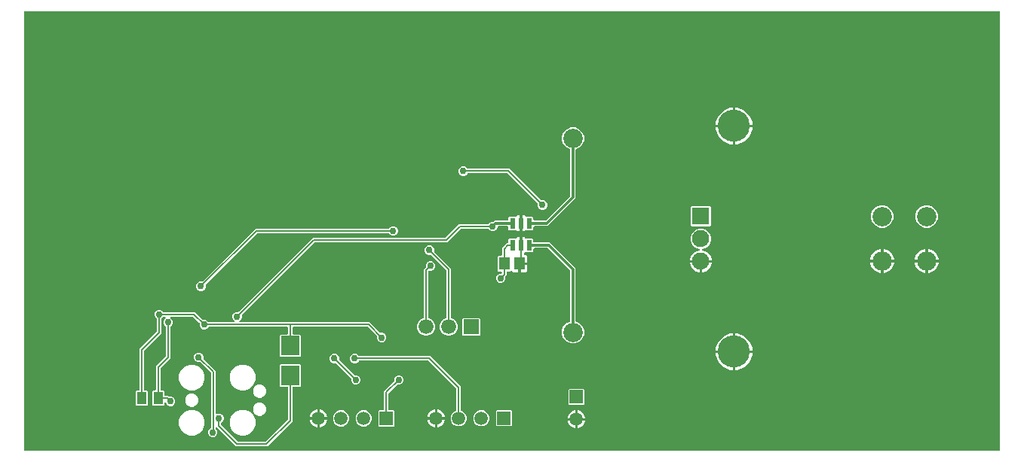
<source format=gbl>
G04 EAGLE Gerber RS-274X export*
G75*
%MOMM*%
%FSLAX34Y34*%
%LPD*%
%INBottom Copper*%
%IPPOS*%
%AMOC8*
5,1,8,0,0,1.08239X$1,22.5*%
G01*
G04 Define Apertures*
%ADD10R,1.031200X1.420200*%
%ADD11C,2.184400*%
%ADD12R,0.595000X1.260500*%
%ADD13R,1.500000X1.500000*%
%ADD14C,1.500000*%
%ADD15R,1.676400X1.676400*%
%ADD16C,1.676400*%
%ADD17R,1.930400X1.930400*%
%ADD18C,1.930400*%
%ADD19C,3.616000*%
%ADD20C,8.500000*%
%ADD21R,1.164600X1.465300*%
%ADD22R,2.128400X2.224300*%
%ADD23C,0.756400*%
%ADD24C,0.203200*%
%ADD25C,0.304800*%
G36*
X1096880Y2580D02*
X1097214Y2809D01*
X1097432Y3150D01*
X1097500Y3516D01*
X1097500Y496484D01*
X1097420Y496880D01*
X1097191Y497214D01*
X1096850Y497432D01*
X1096484Y497500D01*
X3516Y497500D01*
X3120Y497420D01*
X2786Y497191D01*
X2568Y496850D01*
X2500Y496484D01*
X2500Y3516D01*
X2580Y3120D01*
X2809Y2786D01*
X3150Y2568D01*
X3516Y2500D01*
X1096484Y2500D01*
X1096880Y2580D01*
G37*
%LPC*%
G36*
X1036320Y421500D02*
X1029521Y424316D01*
X1024316Y429521D01*
X1021500Y436320D01*
X1021500Y443680D01*
X1024316Y450479D01*
X1029521Y455684D01*
X1036320Y458500D01*
X1043680Y458500D01*
X1050479Y455684D01*
X1055684Y450479D01*
X1058500Y443680D01*
X1058500Y436320D01*
X1055684Y429521D01*
X1050479Y424316D01*
X1043680Y421500D01*
X1036320Y421500D01*
G37*
G36*
X56320Y421500D02*
X49521Y424316D01*
X44316Y429521D01*
X41500Y436320D01*
X41500Y443680D01*
X44316Y450479D01*
X49521Y455684D01*
X56320Y458500D01*
X63680Y458500D01*
X70479Y455684D01*
X75684Y450479D01*
X78500Y443680D01*
X78500Y436320D01*
X75684Y429521D01*
X70479Y424316D01*
X63680Y421500D01*
X56320Y421500D01*
G37*
G36*
X778580Y369824D02*
X778580Y372402D01*
X781719Y379980D01*
X787520Y385781D01*
X795098Y388920D01*
X797676Y388920D01*
X797676Y369824D01*
X778580Y369824D01*
G37*
G36*
X800724Y369824D02*
X800724Y388920D01*
X803302Y388920D01*
X810880Y385781D01*
X816681Y379980D01*
X819820Y372402D01*
X819820Y369824D01*
X800724Y369824D01*
G37*
G36*
X800724Y347680D02*
X800724Y366776D01*
X819820Y366776D01*
X819820Y364198D01*
X816681Y356620D01*
X810880Y350819D01*
X803302Y347680D01*
X800724Y347680D01*
G37*
G36*
X795098Y347680D02*
X787520Y350819D01*
X781719Y356620D01*
X778580Y364198D01*
X778580Y366776D01*
X797676Y366776D01*
X797676Y347680D01*
X795098Y347680D01*
G37*
G36*
X561594Y249819D02*
X561594Y267504D01*
X564097Y267504D01*
X564820Y266781D01*
X565157Y266557D01*
X565555Y266483D01*
X565574Y266488D01*
X573176Y266488D01*
X574069Y265595D01*
X574069Y262725D01*
X574149Y262329D01*
X574378Y261995D01*
X574719Y261777D01*
X575085Y261709D01*
X587178Y261709D01*
X587574Y261789D01*
X587896Y262007D01*
X615144Y289255D01*
X615368Y289592D01*
X615442Y289973D01*
X615442Y341322D01*
X615362Y341718D01*
X615133Y342052D01*
X614815Y342261D01*
X611440Y343659D01*
X607939Y347160D01*
X606044Y351734D01*
X606044Y356686D01*
X607939Y361260D01*
X611440Y364761D01*
X616014Y366656D01*
X620966Y366656D01*
X625540Y364761D01*
X629041Y361260D01*
X630936Y356686D01*
X630936Y351734D01*
X629041Y347160D01*
X625540Y343659D01*
X622165Y342261D01*
X621830Y342035D01*
X621609Y341696D01*
X621538Y341322D01*
X621538Y287027D01*
X590124Y255613D01*
X575085Y255613D01*
X574689Y255533D01*
X574355Y255304D01*
X574137Y254963D01*
X574069Y254597D01*
X574069Y251727D01*
X573176Y250835D01*
X565549Y250835D01*
X565526Y250839D01*
X565131Y250754D01*
X564820Y250541D01*
X564097Y249819D01*
X561594Y249819D01*
G37*
G36*
X583145Y274094D02*
X581194Y274902D01*
X579702Y276394D01*
X578894Y278345D01*
X578894Y280638D01*
X578904Y280691D01*
X578821Y281086D01*
X578607Y281401D01*
X545345Y314662D01*
X545008Y314886D01*
X544627Y314960D01*
X500670Y314960D01*
X500274Y314880D01*
X499940Y314651D01*
X499912Y314608D01*
X498306Y313002D01*
X496355Y312194D01*
X494245Y312194D01*
X492294Y313002D01*
X490802Y314494D01*
X489994Y316445D01*
X489994Y318555D01*
X490802Y320506D01*
X492294Y321998D01*
X494245Y322806D01*
X496355Y322806D01*
X498306Y321998D01*
X499927Y320377D01*
X499957Y320332D01*
X500296Y320111D01*
X500670Y320040D01*
X547152Y320040D01*
X582199Y284993D01*
X582536Y284770D01*
X582934Y284696D01*
X582983Y284706D01*
X585255Y284706D01*
X587206Y283898D01*
X588698Y282406D01*
X589506Y280455D01*
X589506Y278345D01*
X588698Y276394D01*
X587206Y274902D01*
X585255Y274094D01*
X583145Y274094D01*
G37*
G36*
X1013124Y253854D02*
X1008550Y255749D01*
X1005049Y259250D01*
X1003154Y263824D01*
X1003154Y268776D01*
X1005049Y273350D01*
X1008550Y276851D01*
X1013124Y278746D01*
X1018076Y278746D01*
X1022650Y276851D01*
X1026151Y273350D01*
X1028046Y268776D01*
X1028046Y263824D01*
X1026151Y259250D01*
X1022650Y255749D01*
X1018076Y253854D01*
X1013124Y253854D01*
G37*
G36*
X963124Y253854D02*
X958550Y255749D01*
X955049Y259250D01*
X953154Y263824D01*
X953154Y268776D01*
X955049Y273350D01*
X958550Y276851D01*
X963124Y278746D01*
X968076Y278746D01*
X972650Y276851D01*
X976151Y273350D01*
X978046Y268776D01*
X978046Y263824D01*
X976151Y259250D01*
X972650Y255749D01*
X968076Y253854D01*
X963124Y253854D01*
G37*
G36*
X751717Y255524D02*
X750824Y256417D01*
X750824Y276983D01*
X751717Y277876D01*
X772283Y277876D01*
X773176Y276983D01*
X773176Y256417D01*
X772283Y255524D01*
X751717Y255524D01*
G37*
G36*
X165470Y53114D02*
X163519Y53922D01*
X162027Y55414D01*
X161340Y57073D01*
X161114Y57409D01*
X160775Y57629D01*
X160377Y57700D01*
X159982Y57610D01*
X159655Y57374D01*
X159445Y57028D01*
X159385Y56684D01*
X159385Y54498D01*
X158492Y53605D01*
X146918Y53605D01*
X146025Y54498D01*
X146025Y69962D01*
X146918Y70855D01*
X149149Y70855D01*
X149545Y70935D01*
X149879Y71164D01*
X150097Y71505D01*
X150165Y71871D01*
X150165Y97928D01*
X160738Y108502D01*
X160962Y108839D01*
X161036Y109220D01*
X161036Y142189D01*
X160956Y142586D01*
X160738Y142908D01*
X159332Y144314D01*
X158524Y146265D01*
X158524Y148375D01*
X159332Y150326D01*
X160942Y151936D01*
X161165Y152273D01*
X161239Y152670D01*
X161152Y153065D01*
X160919Y153395D01*
X160574Y153607D01*
X160223Y153670D01*
X159040Y153670D01*
X158644Y153590D01*
X158310Y153361D01*
X158282Y153318D01*
X156547Y151583D01*
X156502Y151553D01*
X156281Y151214D01*
X156210Y150840D01*
X156210Y134838D01*
X137153Y115780D01*
X136929Y115443D01*
X136855Y115062D01*
X136855Y71871D01*
X136935Y71475D01*
X137164Y71141D01*
X137505Y70923D01*
X137871Y70855D01*
X140102Y70855D01*
X140995Y69962D01*
X140995Y54498D01*
X140102Y53605D01*
X128528Y53605D01*
X127635Y54498D01*
X127635Y69962D01*
X128528Y70855D01*
X130759Y70855D01*
X131155Y70935D01*
X131489Y71164D01*
X131707Y71505D01*
X131775Y71871D01*
X131775Y117587D01*
X150832Y136645D01*
X151056Y136982D01*
X151130Y137363D01*
X151130Y150840D01*
X151050Y151236D01*
X150821Y151570D01*
X150778Y151598D01*
X149172Y153204D01*
X148364Y155155D01*
X148364Y157265D01*
X149172Y159216D01*
X150664Y160708D01*
X152615Y161516D01*
X154725Y161516D01*
X156676Y160708D01*
X158297Y159087D01*
X158327Y159042D01*
X158666Y158821D01*
X159040Y158750D01*
X194092Y158750D01*
X202469Y150373D01*
X202806Y150150D01*
X203204Y150076D01*
X203253Y150086D01*
X205525Y150086D01*
X207476Y149278D01*
X209097Y147657D01*
X209127Y147612D01*
X209466Y147391D01*
X209840Y147320D01*
X237693Y147320D01*
X238090Y147400D01*
X238423Y147629D01*
X238641Y147970D01*
X238709Y148368D01*
X238616Y148762D01*
X238412Y149054D01*
X236802Y150664D01*
X235994Y152615D01*
X235994Y154725D01*
X236802Y156676D01*
X238294Y158168D01*
X240245Y158976D01*
X242538Y158976D01*
X242591Y158966D01*
X242986Y159049D01*
X243301Y159263D01*
X326608Y242570D01*
X474777Y242570D01*
X475173Y242650D01*
X475495Y242868D01*
X490438Y257810D01*
X522950Y257810D01*
X523346Y257890D01*
X523680Y258119D01*
X523708Y258162D01*
X525314Y259768D01*
X527265Y260576D01*
X528895Y260576D01*
X529291Y260656D01*
X529613Y260874D01*
X530448Y261709D01*
X545055Y261709D01*
X545451Y261789D01*
X545785Y262018D01*
X546003Y262359D01*
X546071Y262725D01*
X546071Y265595D01*
X546964Y266488D01*
X554597Y266488D01*
X554597Y266488D01*
X554621Y266483D01*
X555016Y266571D01*
X555320Y266781D01*
X556043Y267504D01*
X558546Y267504D01*
X558546Y249819D01*
X556043Y249819D01*
X555320Y250541D01*
X554983Y250765D01*
X554585Y250839D01*
X554566Y250835D01*
X546964Y250835D01*
X546071Y251727D01*
X546071Y254597D01*
X545991Y254993D01*
X545762Y255327D01*
X545421Y255545D01*
X545055Y255613D01*
X534642Y255613D01*
X534246Y255533D01*
X533912Y255304D01*
X533694Y254963D01*
X533626Y254597D01*
X533626Y254215D01*
X532818Y252264D01*
X531326Y250772D01*
X529375Y249964D01*
X527265Y249964D01*
X525314Y250772D01*
X523693Y252393D01*
X523663Y252438D01*
X523324Y252659D01*
X522950Y252730D01*
X492963Y252730D01*
X492567Y252650D01*
X492245Y252432D01*
X477302Y237490D01*
X329133Y237490D01*
X328737Y237410D01*
X328415Y237192D01*
X246893Y155671D01*
X246670Y155334D01*
X246596Y154936D01*
X246606Y154887D01*
X246606Y152615D01*
X245798Y150664D01*
X244188Y149054D01*
X243965Y148717D01*
X243891Y148320D01*
X243978Y147925D01*
X244212Y147595D01*
X244556Y147383D01*
X244907Y147320D01*
X390078Y147320D01*
X401630Y135768D01*
X401967Y135545D01*
X402364Y135471D01*
X402414Y135481D01*
X404686Y135481D01*
X406636Y134673D01*
X408129Y133181D01*
X408937Y131230D01*
X408937Y129120D01*
X408129Y127169D01*
X406636Y125677D01*
X404686Y124869D01*
X402575Y124869D01*
X400625Y125677D01*
X399133Y127169D01*
X398325Y129120D01*
X398325Y131413D01*
X398335Y131466D01*
X398252Y131861D01*
X398038Y132176D01*
X388271Y141942D01*
X387934Y142166D01*
X387553Y142240D01*
X304546Y142240D01*
X304150Y142160D01*
X303816Y141931D01*
X303598Y141590D01*
X303530Y141224D01*
X303530Y134596D01*
X303610Y134199D01*
X303839Y133866D01*
X304180Y133648D01*
X304546Y133580D01*
X312263Y133580D01*
X313156Y132687D01*
X313156Y109181D01*
X312263Y108289D01*
X289717Y108289D01*
X288824Y109181D01*
X288824Y132687D01*
X289717Y133580D01*
X297434Y133580D01*
X297830Y133660D01*
X298164Y133889D01*
X298382Y134229D01*
X298450Y134596D01*
X298450Y141224D01*
X298370Y141620D01*
X298141Y141954D01*
X297800Y142172D01*
X297434Y142240D01*
X209840Y142240D01*
X209444Y142160D01*
X209110Y141931D01*
X209082Y141888D01*
X207476Y140282D01*
X205525Y139474D01*
X203415Y139474D01*
X201464Y140282D01*
X199972Y141774D01*
X199164Y143725D01*
X199164Y146018D01*
X199174Y146071D01*
X199091Y146466D01*
X198877Y146781D01*
X192285Y153372D01*
X191948Y153596D01*
X191567Y153670D01*
X167437Y153670D01*
X167040Y153590D01*
X166707Y153361D01*
X166489Y153020D01*
X166421Y152622D01*
X166514Y152228D01*
X166718Y151936D01*
X168328Y150326D01*
X169136Y148375D01*
X169136Y146265D01*
X168328Y144314D01*
X166836Y142822D01*
X166743Y142784D01*
X166408Y142558D01*
X166187Y142219D01*
X166116Y141845D01*
X166116Y106695D01*
X155543Y96121D01*
X155319Y95784D01*
X155245Y95403D01*
X155245Y71871D01*
X155325Y71475D01*
X155554Y71141D01*
X155895Y70923D01*
X156261Y70855D01*
X158492Y70855D01*
X159385Y69962D01*
X159385Y65786D01*
X159465Y65390D01*
X159694Y65056D01*
X160035Y64838D01*
X160401Y64770D01*
X163767Y64770D01*
X164524Y64013D01*
X164861Y63790D01*
X165259Y63716D01*
X165308Y63726D01*
X167580Y63726D01*
X169531Y62918D01*
X171023Y61426D01*
X171831Y59475D01*
X171831Y57365D01*
X171023Y55414D01*
X169531Y53922D01*
X167580Y53114D01*
X165470Y53114D01*
G37*
G36*
X199605Y182654D02*
X197654Y183462D01*
X196162Y184954D01*
X195354Y186905D01*
X195354Y189015D01*
X196162Y190966D01*
X197654Y192458D01*
X199605Y193266D01*
X201898Y193266D01*
X201951Y193256D01*
X202346Y193339D01*
X202661Y193553D01*
X261838Y252730D01*
X411190Y252730D01*
X411586Y252810D01*
X411920Y253039D01*
X411948Y253082D01*
X413554Y254688D01*
X415505Y255496D01*
X417615Y255496D01*
X419566Y254688D01*
X421058Y253196D01*
X421866Y251245D01*
X421866Y249135D01*
X421058Y247184D01*
X419566Y245692D01*
X417615Y244884D01*
X415505Y244884D01*
X413554Y245692D01*
X411933Y247313D01*
X411903Y247358D01*
X411564Y247579D01*
X411190Y247650D01*
X264363Y247650D01*
X263967Y247570D01*
X263645Y247352D01*
X206253Y189961D01*
X206030Y189624D01*
X205956Y189226D01*
X205966Y189177D01*
X205966Y186905D01*
X205158Y184954D01*
X203666Y183462D01*
X201715Y182654D01*
X199605Y182654D01*
G37*
G36*
X749808Y217424D02*
X749808Y218325D01*
X751664Y222806D01*
X755094Y226236D01*
X759575Y228092D01*
X759575Y228092D01*
X759971Y228172D01*
X760305Y228401D01*
X760523Y228742D01*
X760590Y229140D01*
X760497Y229534D01*
X760258Y229860D01*
X759964Y230047D01*
X755669Y231825D01*
X752525Y234969D01*
X750824Y239077D01*
X750824Y243523D01*
X752525Y247631D01*
X755669Y250775D01*
X759777Y252476D01*
X764223Y252476D01*
X768331Y250775D01*
X771475Y247631D01*
X773176Y243523D01*
X773176Y239077D01*
X771475Y234969D01*
X768331Y231825D01*
X764036Y230047D01*
X763701Y229821D01*
X763480Y229482D01*
X763409Y229084D01*
X763499Y228689D01*
X763736Y228362D01*
X764082Y228152D01*
X764425Y228092D01*
X764425Y228092D01*
X768906Y226236D01*
X772336Y222806D01*
X774192Y218325D01*
X774192Y217424D01*
X749808Y217424D01*
G37*
G36*
X616014Y123564D02*
X611440Y125459D01*
X607939Y128960D01*
X606044Y133534D01*
X606044Y138486D01*
X607939Y143060D01*
X611440Y146561D01*
X614815Y147959D01*
X615150Y148185D01*
X615371Y148524D01*
X615442Y148898D01*
X615442Y205327D01*
X615362Y205723D01*
X615144Y206045D01*
X590436Y230753D01*
X590099Y230977D01*
X589718Y231051D01*
X575085Y231051D01*
X574689Y230971D01*
X574355Y230742D01*
X574137Y230401D01*
X574069Y230035D01*
X574069Y227165D01*
X573176Y226273D01*
X565549Y226273D01*
X565526Y226277D01*
X565131Y226192D01*
X564820Y225979D01*
X563802Y224961D01*
X563578Y224624D01*
X563504Y224226D01*
X563591Y223831D01*
X563825Y223502D01*
X564169Y223289D01*
X564520Y223227D01*
X565539Y223227D01*
X567027Y221739D01*
X567027Y214884D01*
X557140Y214884D01*
X557140Y203494D01*
X551789Y203494D01*
X550241Y205041D01*
X550221Y205144D01*
X549992Y205477D01*
X549651Y205695D01*
X549253Y205763D01*
X548859Y205670D01*
X548567Y205466D01*
X547610Y204510D01*
X544712Y204510D01*
X544316Y204429D01*
X543982Y204200D01*
X543764Y203860D01*
X543696Y203494D01*
X543696Y199744D01*
X542803Y198851D01*
X542580Y198514D01*
X542506Y198116D01*
X542516Y198067D01*
X542516Y195795D01*
X541708Y193844D01*
X540216Y192352D01*
X538265Y191544D01*
X536155Y191544D01*
X534204Y192352D01*
X532712Y193844D01*
X531904Y195795D01*
X531904Y197905D01*
X532712Y199856D01*
X534204Y201348D01*
X536155Y202156D01*
X537600Y202156D01*
X537996Y202236D01*
X538330Y202465D01*
X538548Y202806D01*
X538616Y203172D01*
X538616Y203494D01*
X538536Y203890D01*
X538307Y204223D01*
X537966Y204441D01*
X537600Y204510D01*
X534702Y204510D01*
X533809Y205402D01*
X533809Y221318D01*
X534702Y222211D01*
X537600Y222211D01*
X537996Y222291D01*
X538330Y222520D01*
X538548Y222860D01*
X538616Y223227D01*
X538616Y231058D01*
X544197Y236639D01*
X545055Y236639D01*
X545451Y236719D01*
X545785Y236948D01*
X546003Y237289D01*
X546071Y237655D01*
X546071Y241033D01*
X546964Y241926D01*
X554597Y241926D01*
X554597Y241926D01*
X554621Y241921D01*
X555016Y242009D01*
X555320Y242219D01*
X556043Y242942D01*
X558546Y242942D01*
X558546Y232575D01*
X561594Y232575D01*
X561594Y242942D01*
X564097Y242942D01*
X564820Y242219D01*
X565157Y241995D01*
X565555Y241921D01*
X565574Y241926D01*
X573176Y241926D01*
X574069Y241033D01*
X574069Y238163D01*
X574149Y237767D01*
X574378Y237433D01*
X574719Y237215D01*
X575085Y237147D01*
X592664Y237147D01*
X621538Y208273D01*
X621538Y148898D01*
X621618Y148502D01*
X621847Y148168D01*
X622165Y147959D01*
X625540Y146561D01*
X629041Y143060D01*
X630936Y138486D01*
X630936Y133534D01*
X629041Y128960D01*
X625540Y125459D01*
X620966Y123564D01*
X616014Y123564D01*
G37*
G36*
X476820Y132334D02*
X473179Y133842D01*
X470392Y136629D01*
X468884Y140270D01*
X468884Y144210D01*
X470392Y147851D01*
X473179Y150638D01*
X475623Y151650D01*
X475958Y151876D01*
X476179Y152215D01*
X476250Y152589D01*
X476250Y205537D01*
X476170Y205933D01*
X475952Y206255D01*
X459201Y223007D01*
X458864Y223230D01*
X458466Y223304D01*
X458417Y223294D01*
X456145Y223294D01*
X454194Y224102D01*
X452702Y225594D01*
X451894Y227545D01*
X451894Y229655D01*
X452702Y231606D01*
X454194Y233098D01*
X456145Y233906D01*
X458255Y233906D01*
X460206Y233098D01*
X461698Y231606D01*
X462506Y229655D01*
X462506Y227363D01*
X462496Y227309D01*
X462579Y226914D01*
X462793Y226599D01*
X481330Y208062D01*
X481330Y152589D01*
X481410Y152193D01*
X481639Y151859D01*
X481957Y151650D01*
X484401Y150638D01*
X487188Y147851D01*
X488696Y144210D01*
X488696Y140270D01*
X487188Y136629D01*
X484401Y133842D01*
X480760Y132334D01*
X476820Y132334D01*
G37*
G36*
X952138Y217824D02*
X952138Y218978D01*
X954188Y223926D01*
X957974Y227713D01*
X962922Y229762D01*
X964076Y229762D01*
X964076Y217824D01*
X952138Y217824D01*
G37*
G36*
X1002138Y217824D02*
X1002138Y218978D01*
X1004188Y223926D01*
X1007974Y227713D01*
X1012922Y229762D01*
X1014076Y229762D01*
X1014076Y217824D01*
X1002138Y217824D01*
G37*
G36*
X1017124Y217824D02*
X1017124Y229762D01*
X1018278Y229762D01*
X1023226Y227713D01*
X1027013Y223926D01*
X1029062Y218978D01*
X1029062Y217824D01*
X1017124Y217824D01*
G37*
G36*
X967124Y217824D02*
X967124Y229762D01*
X968278Y229762D01*
X973226Y227713D01*
X977013Y223926D01*
X979062Y218978D01*
X979062Y217824D01*
X967124Y217824D01*
G37*
G36*
X451420Y132334D02*
X447779Y133842D01*
X444992Y136629D01*
X443484Y140270D01*
X443484Y144210D01*
X444992Y147851D01*
X447779Y150638D01*
X450223Y151650D01*
X450558Y151876D01*
X450779Y152215D01*
X450850Y152589D01*
X450850Y206792D01*
X452877Y208819D01*
X453100Y209156D01*
X453174Y209554D01*
X453164Y209603D01*
X453164Y211875D01*
X453972Y213826D01*
X455464Y215318D01*
X457415Y216126D01*
X459525Y216126D01*
X461476Y215318D01*
X462968Y213826D01*
X463776Y211875D01*
X463776Y209765D01*
X462968Y207814D01*
X461476Y206322D01*
X459525Y205514D01*
X457233Y205514D01*
X457179Y205524D01*
X456784Y205441D01*
X456469Y205227D01*
X456228Y204985D01*
X456004Y204648D01*
X455930Y204267D01*
X455930Y152589D01*
X456010Y152193D01*
X456239Y151859D01*
X456557Y151650D01*
X459001Y150638D01*
X461788Y147851D01*
X463296Y144210D01*
X463296Y140270D01*
X461788Y136629D01*
X459001Y133842D01*
X455360Y132334D01*
X451420Y132334D01*
G37*
G36*
X1012922Y202838D02*
X1007974Y204888D01*
X1004188Y208674D01*
X1002138Y213622D01*
X1002138Y214776D01*
X1014076Y214776D01*
X1014076Y202838D01*
X1012922Y202838D01*
G37*
G36*
X1017124Y202838D02*
X1017124Y214776D01*
X1029062Y214776D01*
X1029062Y213622D01*
X1027013Y208674D01*
X1023226Y204888D01*
X1018278Y202838D01*
X1017124Y202838D01*
G37*
G36*
X967124Y202838D02*
X967124Y214776D01*
X979062Y214776D01*
X979062Y213622D01*
X977013Y208674D01*
X973226Y204888D01*
X968278Y202838D01*
X967124Y202838D01*
G37*
G36*
X962922Y202838D02*
X957974Y204888D01*
X954188Y208674D01*
X952138Y213622D01*
X952138Y214776D01*
X964076Y214776D01*
X964076Y202838D01*
X962922Y202838D01*
G37*
G36*
X763524Y203708D02*
X763524Y214376D01*
X774192Y214376D01*
X774192Y213475D01*
X772336Y208994D01*
X768906Y205564D01*
X764425Y203708D01*
X763524Y203708D01*
G37*
G36*
X759575Y203708D02*
X755094Y205564D01*
X751664Y208994D01*
X749808Y213475D01*
X749808Y214376D01*
X760476Y214376D01*
X760476Y203708D01*
X759575Y203708D01*
G37*
G36*
X560188Y203494D02*
X560188Y211836D01*
X567027Y211836D01*
X567027Y204981D01*
X565539Y203494D01*
X560188Y203494D01*
G37*
G36*
X495177Y132334D02*
X494284Y133227D01*
X494284Y151253D01*
X495177Y152146D01*
X513203Y152146D01*
X514096Y151253D01*
X514096Y133227D01*
X513203Y132334D01*
X495177Y132334D01*
G37*
G36*
X778580Y115824D02*
X778580Y118402D01*
X781719Y125980D01*
X787520Y131781D01*
X795098Y134920D01*
X797676Y134920D01*
X797676Y115824D01*
X778580Y115824D01*
G37*
G36*
X800724Y115824D02*
X800724Y134920D01*
X803302Y134920D01*
X810880Y131781D01*
X816681Y125980D01*
X819820Y118402D01*
X819820Y115824D01*
X800724Y115824D01*
G37*
G36*
X240248Y7620D02*
X218904Y28963D01*
X218567Y29187D01*
X218170Y29261D01*
X217775Y29174D01*
X217445Y28940D01*
X217233Y28596D01*
X217170Y28245D01*
X217170Y28194D01*
X217250Y27798D01*
X217468Y27476D01*
X218468Y26475D01*
X219276Y24525D01*
X219276Y22414D01*
X218468Y20464D01*
X216975Y18971D01*
X215025Y18164D01*
X212914Y18164D01*
X210964Y18971D01*
X209471Y20464D01*
X208664Y22414D01*
X208664Y24525D01*
X209471Y26475D01*
X210964Y27968D01*
X211463Y28174D01*
X211798Y28400D01*
X212019Y28739D01*
X212090Y29113D01*
X212090Y89967D01*
X212010Y90363D01*
X211792Y90685D01*
X200121Y102357D01*
X199784Y102580D01*
X199386Y102654D01*
X199337Y102644D01*
X197065Y102644D01*
X195114Y103452D01*
X193622Y104944D01*
X192814Y106895D01*
X192814Y109005D01*
X193622Y110956D01*
X195114Y112448D01*
X197065Y113256D01*
X199175Y113256D01*
X201126Y112448D01*
X202618Y110956D01*
X203426Y109005D01*
X203426Y106713D01*
X203416Y106659D01*
X203499Y106264D01*
X203713Y105949D01*
X217170Y92492D01*
X217170Y45056D01*
X217250Y44659D01*
X217479Y44326D01*
X217820Y44108D01*
X218218Y44040D01*
X218575Y44117D01*
X219925Y44676D01*
X222035Y44676D01*
X223986Y43868D01*
X225478Y42376D01*
X226286Y40425D01*
X226286Y38315D01*
X225478Y36364D01*
X223857Y34743D01*
X223812Y34713D01*
X223591Y34374D01*
X223520Y34000D01*
X223520Y31953D01*
X223600Y31557D01*
X223818Y31235D01*
X242055Y12998D01*
X242392Y12774D01*
X242773Y12700D01*
X272847Y12700D01*
X273243Y12780D01*
X273565Y12998D01*
X298152Y37585D01*
X298376Y37922D01*
X298450Y38303D01*
X298450Y73685D01*
X298370Y74081D01*
X298141Y74414D01*
X297800Y74632D01*
X297434Y74701D01*
X289717Y74701D01*
X288824Y75593D01*
X288824Y99099D01*
X289717Y99992D01*
X312263Y99992D01*
X313156Y99099D01*
X313156Y75593D01*
X312263Y74701D01*
X304546Y74701D01*
X304150Y74620D01*
X303816Y74391D01*
X303598Y74051D01*
X303530Y73685D01*
X303530Y35778D01*
X275372Y7620D01*
X240248Y7620D01*
G37*
G36*
X800724Y93680D02*
X800724Y112776D01*
X819820Y112776D01*
X819820Y110198D01*
X816681Y102620D01*
X810880Y96819D01*
X803302Y93680D01*
X800724Y93680D01*
G37*
G36*
X795098Y93680D02*
X787520Y96819D01*
X781719Y102620D01*
X778580Y110198D01*
X778580Y112776D01*
X797676Y112776D01*
X797676Y93680D01*
X795098Y93680D01*
G37*
G36*
X373595Y77244D02*
X371644Y78052D01*
X370152Y79544D01*
X369344Y81495D01*
X369344Y83788D01*
X369354Y83841D01*
X369271Y84236D01*
X369057Y84551D01*
X352521Y101087D01*
X352184Y101310D01*
X351786Y101384D01*
X351737Y101374D01*
X349465Y101374D01*
X347514Y102182D01*
X346022Y103674D01*
X345214Y105625D01*
X345214Y107735D01*
X346022Y109686D01*
X347514Y111178D01*
X349465Y111986D01*
X351575Y111986D01*
X353526Y111178D01*
X355018Y109686D01*
X355826Y107735D01*
X355826Y105443D01*
X355816Y105389D01*
X355899Y104994D01*
X356113Y104679D01*
X372649Y88143D01*
X372986Y87920D01*
X373384Y87846D01*
X373433Y87856D01*
X375705Y87856D01*
X377656Y87048D01*
X379148Y85556D01*
X379956Y83605D01*
X379956Y81495D01*
X379148Y79544D01*
X377656Y78052D01*
X375705Y77244D01*
X373595Y77244D01*
G37*
G36*
X488425Y30346D02*
X485108Y31720D01*
X482570Y34258D01*
X481196Y37575D01*
X481196Y41165D01*
X482570Y44482D01*
X485108Y47020D01*
X487053Y47826D01*
X487388Y48052D01*
X487609Y48391D01*
X487680Y48764D01*
X487680Y72187D01*
X487600Y72583D01*
X487382Y72905D01*
X456445Y103842D01*
X456108Y104066D01*
X455727Y104140D01*
X378750Y104140D01*
X378354Y104060D01*
X378020Y103831D01*
X377992Y103788D01*
X376386Y102182D01*
X374435Y101374D01*
X372325Y101374D01*
X370374Y102182D01*
X368882Y103674D01*
X368074Y105625D01*
X368074Y107735D01*
X368882Y109686D01*
X370374Y111178D01*
X372325Y111986D01*
X374435Y111986D01*
X376386Y111178D01*
X378007Y109557D01*
X378037Y109512D01*
X378376Y109291D01*
X378750Y109220D01*
X458252Y109220D01*
X492760Y74712D01*
X492760Y48764D01*
X492840Y48368D01*
X493069Y48035D01*
X493387Y47826D01*
X495332Y47020D01*
X497870Y44482D01*
X499244Y41165D01*
X499244Y37575D01*
X497870Y34258D01*
X495332Y31720D01*
X492015Y30346D01*
X488425Y30346D01*
G37*
G36*
X244791Y70716D02*
X239507Y72904D01*
X235464Y76947D01*
X233276Y82231D01*
X233276Y87949D01*
X235464Y93233D01*
X239507Y97276D01*
X244791Y99465D01*
X250509Y99465D01*
X255793Y97276D01*
X259836Y93233D01*
X262025Y87949D01*
X262025Y82231D01*
X259836Y76947D01*
X255793Y72904D01*
X250509Y70716D01*
X244791Y70716D01*
G37*
G36*
X187641Y70716D02*
X182357Y72904D01*
X178314Y76947D01*
X176126Y82231D01*
X176126Y87949D01*
X178314Y93233D01*
X182357Y97276D01*
X187641Y99465D01*
X193359Y99465D01*
X198643Y97276D01*
X202686Y93233D01*
X204875Y87949D01*
X204875Y82231D01*
X202686Y76947D01*
X198643Y72904D01*
X193359Y70716D01*
X187641Y70716D01*
G37*
G36*
X400809Y30226D02*
X399916Y31119D01*
X399916Y47381D01*
X400809Y48274D01*
X405384Y48274D01*
X405780Y48354D01*
X406114Y48583D01*
X406332Y48924D01*
X406400Y49290D01*
X406400Y69632D01*
X417317Y80549D01*
X417540Y80886D01*
X417614Y81284D01*
X417604Y81333D01*
X417604Y83605D01*
X418412Y85556D01*
X419904Y87048D01*
X421855Y87856D01*
X423965Y87856D01*
X425916Y87048D01*
X427408Y85556D01*
X428216Y83605D01*
X428216Y81495D01*
X427408Y79544D01*
X425916Y78052D01*
X423965Y77244D01*
X421673Y77244D01*
X421619Y77254D01*
X421224Y77171D01*
X420909Y76957D01*
X411778Y67825D01*
X411554Y67488D01*
X411480Y67107D01*
X411480Y49290D01*
X411560Y48894D01*
X411789Y48560D01*
X412130Y48342D01*
X412496Y48274D01*
X417071Y48274D01*
X417964Y47381D01*
X417964Y31119D01*
X417071Y30226D01*
X400809Y30226D01*
G37*
G36*
X56320Y41500D02*
X49521Y44316D01*
X44316Y49521D01*
X41500Y56320D01*
X41500Y63680D01*
X44316Y70479D01*
X49521Y75684D01*
X56320Y78500D01*
X63680Y78500D01*
X70479Y75684D01*
X75684Y70479D01*
X78500Y63680D01*
X78500Y56320D01*
X75684Y49521D01*
X70479Y44316D01*
X63680Y41500D01*
X56320Y41500D01*
G37*
G36*
X1036320Y41500D02*
X1029521Y44316D01*
X1024316Y49521D01*
X1021500Y56320D01*
X1021500Y63680D01*
X1024316Y70479D01*
X1029521Y75684D01*
X1036320Y78500D01*
X1043680Y78500D01*
X1050479Y75684D01*
X1055684Y70479D01*
X1058500Y63680D01*
X1058500Y56320D01*
X1055684Y49521D01*
X1050479Y44316D01*
X1043680Y41500D01*
X1036320Y41500D01*
G37*
G36*
X265218Y62387D02*
X262478Y63522D01*
X260382Y65618D01*
X259247Y68358D01*
X259247Y71323D01*
X260382Y74062D01*
X262478Y76158D01*
X265218Y77293D01*
X268183Y77293D01*
X270922Y76158D01*
X273018Y74062D01*
X274153Y71323D01*
X274153Y68358D01*
X273018Y65618D01*
X270922Y63522D01*
X268183Y62387D01*
X265218Y62387D01*
G37*
G36*
X614169Y54476D02*
X613276Y55369D01*
X613276Y71631D01*
X614169Y72524D01*
X630431Y72524D01*
X631324Y71631D01*
X631324Y55369D01*
X630431Y54476D01*
X614169Y54476D01*
G37*
G36*
X189018Y52237D02*
X186278Y53372D01*
X184182Y55468D01*
X183047Y58208D01*
X183047Y61173D01*
X184182Y63912D01*
X186278Y66008D01*
X189018Y67143D01*
X191983Y67143D01*
X194722Y66008D01*
X196818Y63912D01*
X197953Y61173D01*
X197953Y58208D01*
X196818Y55468D01*
X194722Y53372D01*
X191983Y52237D01*
X189018Y52237D01*
G37*
G36*
X265218Y42087D02*
X262478Y43222D01*
X260382Y45318D01*
X259247Y48058D01*
X259247Y51023D01*
X260382Y53762D01*
X262478Y55858D01*
X265218Y56993D01*
X268183Y56993D01*
X270922Y55858D01*
X273018Y53762D01*
X274153Y51023D01*
X274153Y48058D01*
X273018Y45318D01*
X270922Y43222D01*
X268183Y42087D01*
X265218Y42087D01*
G37*
G36*
X454780Y40894D02*
X454780Y41367D01*
X456309Y45057D01*
X459133Y47881D01*
X462823Y49410D01*
X463296Y49410D01*
X463296Y40894D01*
X454780Y40894D01*
G37*
G36*
X466344Y40894D02*
X466344Y49410D01*
X466817Y49410D01*
X470507Y47881D01*
X473332Y45057D01*
X474860Y41367D01*
X474860Y40894D01*
X466344Y40894D01*
G37*
G36*
X322700Y40774D02*
X322700Y41247D01*
X324229Y44937D01*
X327053Y47761D01*
X330743Y49290D01*
X331216Y49290D01*
X331216Y40774D01*
X322700Y40774D01*
G37*
G36*
X334264Y40774D02*
X334264Y49290D01*
X334737Y49290D01*
X338427Y47761D01*
X341252Y44937D01*
X342780Y41247D01*
X342780Y40774D01*
X334264Y40774D01*
G37*
G36*
X244791Y19916D02*
X239507Y22104D01*
X235464Y26147D01*
X233276Y31431D01*
X233276Y37149D01*
X235464Y42433D01*
X239507Y46476D01*
X244791Y48665D01*
X250509Y48665D01*
X255793Y46476D01*
X259836Y42433D01*
X262025Y37149D01*
X262025Y31431D01*
X259836Y26147D01*
X255793Y22104D01*
X250509Y19916D01*
X244791Y19916D01*
G37*
G36*
X187641Y19916D02*
X182357Y22104D01*
X178314Y26147D01*
X176126Y31431D01*
X176126Y37149D01*
X178314Y42433D01*
X182357Y46476D01*
X187641Y48665D01*
X193359Y48665D01*
X198643Y46476D01*
X202686Y42433D01*
X204875Y37149D01*
X204875Y31431D01*
X202686Y26147D01*
X198643Y22104D01*
X193359Y19916D01*
X187641Y19916D01*
G37*
G36*
X513825Y30346D02*
X510508Y31720D01*
X507970Y34258D01*
X506596Y37575D01*
X506596Y41165D01*
X507970Y44482D01*
X510508Y47020D01*
X513825Y48394D01*
X517415Y48394D01*
X520732Y47020D01*
X523270Y44482D01*
X524644Y41165D01*
X524644Y37575D01*
X523270Y34258D01*
X520732Y31720D01*
X517415Y30346D01*
X513825Y30346D01*
G37*
G36*
X532889Y30346D02*
X531996Y31239D01*
X531996Y47501D01*
X532889Y48394D01*
X549151Y48394D01*
X550044Y47501D01*
X550044Y31239D01*
X549151Y30346D01*
X532889Y30346D01*
G37*
G36*
X381745Y30226D02*
X378428Y31600D01*
X375890Y34138D01*
X374516Y37455D01*
X374516Y41045D01*
X375890Y44362D01*
X378428Y46900D01*
X381745Y48274D01*
X385335Y48274D01*
X388652Y46900D01*
X391190Y44362D01*
X392564Y41045D01*
X392564Y37455D01*
X391190Y34138D01*
X388652Y31600D01*
X385335Y30226D01*
X381745Y30226D01*
G37*
G36*
X356345Y30226D02*
X353028Y31600D01*
X350490Y34138D01*
X349116Y37455D01*
X349116Y41045D01*
X350490Y44362D01*
X353028Y46900D01*
X356345Y48274D01*
X359935Y48274D01*
X363252Y46900D01*
X365790Y44362D01*
X367164Y41045D01*
X367164Y37455D01*
X365790Y34138D01*
X363252Y31600D01*
X359935Y30226D01*
X356345Y30226D01*
G37*
G36*
X612260Y39624D02*
X612260Y40097D01*
X613789Y43787D01*
X616613Y46611D01*
X620303Y48140D01*
X620776Y48140D01*
X620776Y39624D01*
X612260Y39624D01*
G37*
G36*
X623824Y39624D02*
X623824Y48140D01*
X624297Y48140D01*
X627987Y46611D01*
X630811Y43787D01*
X632340Y40097D01*
X632340Y39624D01*
X623824Y39624D01*
G37*
G36*
X466344Y29330D02*
X466344Y37846D01*
X474860Y37846D01*
X474860Y37373D01*
X473331Y33683D01*
X470507Y30859D01*
X466817Y29330D01*
X466344Y29330D01*
G37*
G36*
X462823Y29330D02*
X459133Y30859D01*
X456309Y33683D01*
X454780Y37373D01*
X454780Y37846D01*
X463296Y37846D01*
X463296Y29330D01*
X462823Y29330D01*
G37*
G36*
X334264Y29210D02*
X334264Y37726D01*
X342780Y37726D01*
X342780Y37253D01*
X341251Y33563D01*
X338427Y30739D01*
X334737Y29210D01*
X334264Y29210D01*
G37*
G36*
X330743Y29210D02*
X327053Y30739D01*
X324229Y33563D01*
X322700Y37253D01*
X322700Y37726D01*
X331216Y37726D01*
X331216Y29210D01*
X330743Y29210D01*
G37*
G36*
X623824Y28060D02*
X623824Y36576D01*
X632340Y36576D01*
X632340Y36103D01*
X630811Y32413D01*
X627987Y29589D01*
X624297Y28060D01*
X623824Y28060D01*
G37*
G36*
X620303Y28060D02*
X616613Y29589D01*
X613789Y32413D01*
X612260Y36103D01*
X612260Y36576D01*
X620776Y36576D01*
X620776Y28060D01*
X620303Y28060D01*
G37*
%LPD*%
D10*
X152705Y62230D03*
X134315Y62230D03*
D11*
X965600Y266300D03*
X965600Y216300D03*
X1015600Y266300D03*
X1015600Y216300D03*
X618490Y136010D03*
X618490Y354210D03*
D12*
X550570Y258661D03*
X560070Y258661D03*
X569570Y258661D03*
X569570Y234099D03*
X560070Y234099D03*
X550570Y234099D03*
D13*
X408940Y39250D03*
D14*
X383540Y39250D03*
X358140Y39250D03*
X332740Y39250D03*
D13*
X541020Y39370D03*
D14*
X515620Y39370D03*
X490220Y39370D03*
X464820Y39370D03*
D15*
X504190Y142240D03*
D16*
X478790Y142240D03*
X453390Y142240D03*
D13*
X622300Y63500D03*
D14*
X622300Y38100D03*
D17*
X762000Y266700D03*
D18*
X762000Y241300D03*
X762000Y215900D03*
D19*
X799200Y368300D03*
X799200Y114300D03*
D20*
X60000Y60000D03*
X60000Y440000D03*
X1040000Y440000D03*
X1040000Y60000D03*
D21*
X541156Y213360D03*
X558664Y213360D03*
D22*
X300990Y87346D03*
X300990Y120934D03*
D23*
X95250Y140970D03*
X86360Y140970D03*
X154940Y168910D03*
X237490Y173990D03*
X223520Y76200D03*
X273050Y81280D03*
X208308Y76200D03*
X86360Y290830D03*
X86360Y189163D03*
X86360Y214563D03*
X86360Y239963D03*
X86360Y265363D03*
X86360Y317500D03*
X86360Y163830D03*
D24*
X558664Y213360D02*
X560070Y214766D01*
X560070Y234099D01*
X560070Y258661D01*
D23*
X575310Y142240D03*
X464820Y274320D03*
X416560Y294640D03*
X556260Y346710D03*
X515620Y237490D03*
D24*
X558664Y213360D02*
X570230Y213360D01*
D23*
X570230Y213360D03*
X487680Y197432D03*
X406400Y279400D03*
X406400Y266700D03*
X431800Y177800D03*
X406400Y177800D03*
X381000Y177800D03*
X355600Y177800D03*
X431800Y152400D03*
X431800Y127000D03*
X520700Y215900D03*
X520700Y203200D03*
X558800Y190500D03*
X563880Y156210D03*
X563880Y128270D03*
X609494Y38100D03*
X635106Y38100D03*
X444500Y38100D03*
X317500Y38100D03*
X241300Y127000D03*
X241300Y190500D03*
X228600Y203200D03*
X190500Y177800D03*
X190500Y139700D03*
X165100Y177800D03*
X152400Y190500D03*
X165100Y228600D03*
X127000Y228600D03*
X127000Y203200D03*
X127000Y254000D03*
X127000Y279400D03*
X127000Y304800D03*
X63500Y304800D03*
X63500Y279400D03*
X63500Y254000D03*
X63500Y228600D03*
X63500Y203200D03*
X63500Y177800D03*
X63500Y152400D03*
X88900Y114300D03*
X114300Y114300D03*
X114300Y88900D03*
X175260Y104140D03*
X168910Y91440D03*
X168910Y76200D03*
X622300Y266700D03*
X609600Y254000D03*
X609600Y241300D03*
X622300Y228600D03*
X533400Y241300D03*
X533400Y274320D03*
X546100Y274320D03*
X558800Y274320D03*
X508000Y266700D03*
X495300Y266700D03*
X482600Y266700D03*
X787400Y241300D03*
X812800Y241300D03*
X838200Y241300D03*
X863600Y241300D03*
X876300Y228600D03*
X889000Y215900D03*
X914400Y215900D03*
X939800Y215900D03*
X355600Y203200D03*
X355600Y228600D03*
X228676Y34214D03*
X381000Y203200D03*
X381000Y228600D03*
X406400Y228600D03*
D24*
X541156Y230006D02*
X541156Y213360D01*
X541156Y230006D02*
X545249Y234099D01*
X550570Y234099D01*
D23*
X458470Y210820D03*
X204470Y144780D03*
X153670Y156210D03*
D24*
X193040Y156210D01*
X204470Y144780D01*
D23*
X403631Y130175D03*
D24*
X408940Y68580D02*
X408940Y39250D01*
X408940Y68580D02*
X422910Y82550D01*
D23*
X422910Y82550D03*
D24*
X453390Y142240D02*
X453390Y205740D01*
X458470Y210820D01*
X541156Y213360D02*
X541156Y200796D01*
X537210Y196850D01*
D23*
X537210Y196850D03*
D24*
X134315Y116535D02*
X134315Y62230D01*
X134315Y116535D02*
X153670Y135890D01*
X153670Y156210D01*
X204470Y144780D02*
X300990Y144780D01*
X389026Y144780D01*
X403631Y130175D01*
X300990Y120934D02*
X300990Y144780D01*
D23*
X163830Y147320D03*
X166525Y58420D03*
D24*
X162715Y62230D02*
X152705Y62230D01*
X162715Y62230D02*
X166525Y58420D01*
X163576Y147066D02*
X163830Y147320D01*
X163576Y147066D02*
X163576Y107747D01*
X152705Y96876D01*
X152705Y62230D01*
D25*
X569570Y258661D02*
X588861Y258661D01*
X618490Y288290D01*
X618490Y354210D01*
X591401Y234099D02*
X569570Y234099D01*
X591401Y234099D02*
X618490Y207010D01*
X618490Y136010D01*
D23*
X528320Y255270D03*
D25*
X531711Y258661D01*
X550570Y258661D01*
D23*
X241300Y153670D03*
D24*
X327660Y240030D01*
X476250Y240030D01*
X491490Y255270D01*
X528320Y255270D01*
D23*
X200660Y187960D03*
D24*
X262890Y250190D01*
X416560Y250190D01*
D23*
X416560Y250190D03*
D24*
X214630Y91440D02*
X214630Y24130D01*
X214630Y91440D02*
X198120Y107950D01*
D23*
X198120Y107950D03*
X213970Y23470D03*
D24*
X214630Y24130D01*
D23*
X374650Y82550D03*
X350520Y106680D03*
D24*
X374650Y82550D01*
X490220Y73660D02*
X490220Y39370D01*
X490220Y73660D02*
X457200Y106680D01*
X373380Y106680D01*
D23*
X373380Y106680D03*
X457200Y228600D03*
D24*
X478790Y207010D01*
X478790Y142240D01*
D23*
X584200Y279400D03*
D24*
X546100Y317500D01*
X495300Y317500D01*
D23*
X495300Y317500D03*
D24*
X300990Y87346D02*
X300990Y36830D01*
X274320Y10160D01*
X241300Y10160D01*
X220980Y30480D01*
X220980Y39370D01*
D23*
X220980Y39370D03*
M02*

</source>
